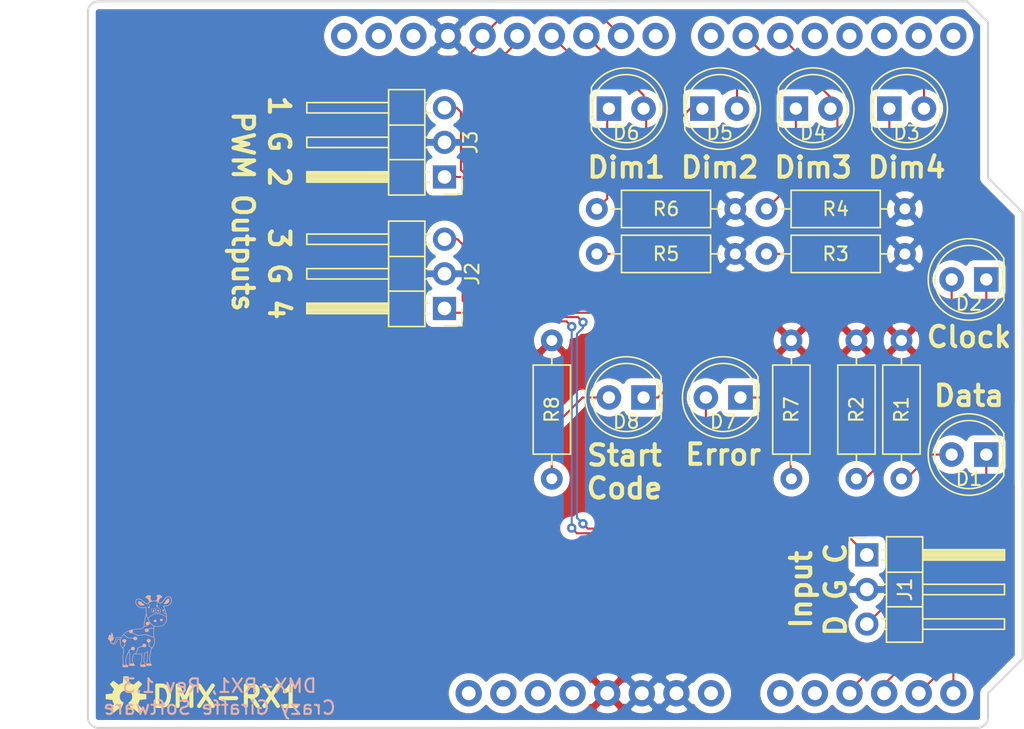
<source format=kicad_pcb>
(kicad_pcb (version 20171130) (host pcbnew "(5.1.12)-1")
  (title_block (title "DMX Demonstrator - Receiver (DMX-RX1)") (date 2023-03-02) (rev 1.3) (company "Crazy Giraffe Software") (comment 2 "Designed by: SparkyBobo") (comment 3 https://creativecommons.org/licenses/by-sa/4.0/) (comment 4 "Released under the Creative Commons Attribution Share-Alike 4.0 License"))
  (layers (0 F.Cu signal) (31 B.Cu signal) (34 B.Paste user) (35 F.Paste user) (36 B.SilkS user) (37 F.SilkS user) (38 B.Mask user) (39 F.Mask user) (44 Edge.Cuts user))
  (net 0 "")
  (net 1 +5V)
  (net 2 GND)
  (net 3 "Net-(D8-Pad2)")
  (net 4 "Net-(D7-Pad2)")
  (net 5 "Net-(D1-Pad2)")
  (net 6 "Net-(D2-Pad2)")
  (net 7 "Net-(A1-Pad32)")
  (net 8 "Net-(A1-Pad31)")
  (net 9 "Net-(A1-Pad1)")
  (net 10 "Net-(A1-Pad2)")
  (net 11 "Net-(A1-Pad3)")
  (net 12 "Net-(A1-Pad4)")
  (net 13 "Net-(A1-Pad8)")
  (net 14 "Net-(A1-Pad15)")
  (net 15 "Net-(A1-Pad16)")
  (net 16 /~DATA)
  (net 17 /~CLOCK)
  (net 18 /~DIM3)
  (net 19 /~DIM2)
  (net 20 /~DIM1)
  (net 21 /~DIM0)
  (net 22 /RX)
  (net 23 /RXCLK)
  (net 24 "Net-(A1-Pad30)")
  (net 25 "Net-(A1-Pad9)")
  (net 26 "Net-(A1-Pad10)")
  (net 27 "Net-(A1-Pad17)")
  (net 28 "Net-(A1-Pad18)")
  (net 29 "Net-(A1-Pad19)")
  (net 30 "Net-(A1-Pad22)")
  (net 31 "Net-(A1-Pad23)")
  (net 32 "Net-(D3-Pad1)")
  (net 33 "Net-(D4-Pad1)")
  (net 34 "Net-(D5-Pad1)")
  (net 35 "Net-(D6-Pad1)")
  (net 36 /~ERR)
  (net 37 /~SC)
  (module Connector_PinHeader_2.54mm:PinHeader_1x03_P2.54mm_Horizontal (layer F.Cu) (at 142.494 76.1365 180)
    (fp_text reference J3 (at -1.905 2.54 90) (layer F.SilkS))
    (fp_text value PWM_12)
    (pad 3 thru_hole oval (at 0 5.08 180) (size 1.7 1.7) (drill 1) (layers *.Cu *.Mask) (net 21 /~DIM0))
    (pad 2 thru_hole oval (at 0 2.54 180) (size 1.7 1.7) (drill 1) (layers *.Cu *.Mask) (net 2 GND))
    (pad 1 thru_hole rect (at 0 0 180) (size 1.7 1.7) (drill 1) (layers *.Cu *.Mask) (net 20 /~DIM1))
  )
  (module footprints:ARDUINO_R3_NO_HOLES (layer F.Cu) (at 150.622 89.916)
    (fp_text reference A1 hide)
    (fp_text value Arduino_UNO_R3 hide)
    (pad 4 thru_hole circle (at 1.27 24.13) (size 1.9304 1.9304) (drill 1.016) (layers *.Cu *.Mask) (net 12 "Net-(A1-Pad4)"))
    (pad 5 thru_hole circle (at 3.81 24.13) (size 1.9304 1.9304) (drill 1.016) (layers *.Cu *.Mask) (net 1 +5V))
    (pad 9 thru_hole circle (at 16.51 24.13) (size 1.9304 1.9304) (drill 1.016) (layers *.Cu *.Mask) (net 25 "Net-(A1-Pad9)"))
    (pad 10 thru_hole circle (at 19.05 24.13) (size 1.9304 1.9304) (drill 1.016) (layers *.Cu *.Mask) (net 26 "Net-(A1-Pad10)"))
    (pad 11 thru_hole circle (at 21.59 24.13) (size 1.9304 1.9304) (drill 1.016) (layers *.Cu *.Mask) (net 36 /~ERR))
    (pad 12 thru_hole circle (at 24.13 24.13) (size 1.9304 1.9304) (drill 1.016) (layers *.Cu *.Mask) (net 37 /~SC))
    (pad 13 thru_hole circle (at 26.67 24.13) (size 1.9304 1.9304) (drill 1.016) (layers *.Cu *.Mask) (net 16 /~DATA))
    (pad 14 thru_hole circle (at 29.21 24.13) (size 1.9304 1.9304) (drill 1.016) (layers *.Cu *.Mask) (net 17 /~CLOCK))
    (pad 30 thru_hole circle (at -10.414 -24.13) (size 1.9304 1.9304) (drill 1.016) (layers *.Cu *.Mask) (net 24 "Net-(A1-Pad30)"))
    (pad 15 thru_hole circle (at 29.21 -24.13) (size 1.9304 1.9304) (drill 1.016) (layers *.Cu *.Mask) (net 14 "Net-(A1-Pad15)"))
    (pad 16 thru_hole circle (at 26.67 -24.13) (size 1.9304 1.9304) (drill 1.016) (layers *.Cu *.Mask) (net 15 "Net-(A1-Pad16)"))
    (pad 17 thru_hole circle (at 24.13 -24.13) (size 1.9304 1.9304) (drill 1.016) (layers *.Cu *.Mask) (net 27 "Net-(A1-Pad17)"))
    (pad 18 thru_hole circle (at 21.59 -24.13) (size 1.9304 1.9304) (drill 1.016) (layers *.Cu *.Mask) (net 28 "Net-(A1-Pad18)"))
    (pad 19 thru_hole circle (at 19.05 -24.13) (size 1.9304 1.9304) (drill 1.016) (layers *.Cu *.Mask) (net 29 "Net-(A1-Pad19)"))
    (pad 20 thru_hole circle (at 16.51 -24.13) (size 1.9304 1.9304) (drill 1.016) (layers *.Cu *.Mask) (net 18 /~DIM3))
    (pad 21 thru_hole circle (at 13.97 -24.13) (size 1.9304 1.9304) (drill 1.016) (layers *.Cu *.Mask) (net 19 /~DIM2))
    (pad 22 thru_hole circle (at 11.43 -24.13) (size 1.9304 1.9304) (drill 1.016) (layers *.Cu *.Mask) (net 30 "Net-(A1-Pad22)"))
    (pad 23 thru_hole circle (at 7.366 -24.13) (size 1.9304 1.9304) (drill 1.016) (layers *.Cu *.Mask) (net 31 "Net-(A1-Pad23)"))
    (pad 24 thru_hole circle (at 4.826 -24.13) (size 1.9304 1.9304) (drill 1.016) (layers *.Cu *.Mask) (net 23 /RXCLK))
    (pad 25 thru_hole circle (at 2.286 -24.13) (size 1.9304 1.9304) (drill 1.016) (layers *.Cu *.Mask) (net 20 /~DIM1))
    (pad 26 thru_hole circle (at -0.254 -24.13) (size 1.9304 1.9304) (drill 1.016) (layers *.Cu *.Mask) (net 21 /~DIM0))
    (pad 27 thru_hole circle (at -2.794 -24.13) (size 1.9304 1.9304) (drill 1.016) (layers *.Cu *.Mask) (net 22 /RX))
    (pad 28 thru_hole circle (at -5.334 -24.13) (size 1.9304 1.9304) (drill 1.016) (layers *.Cu *.Mask) (net 23 /RXCLK))
    (pad 6 thru_hole circle (at 6.35 24.13) (size 1.9304 1.9304) (drill 1.016) (layers *.Cu *.Mask) (net 2 GND))
    (pad 7 thru_hole circle (at 8.89 24.13) (size 1.9304 1.9304) (drill 1.016) (layers *.Cu *.Mask) (net 2 GND))
    (pad 29 thru_hole circle (at -7.874 -24.13) (size 1.9304 1.9304) (drill 1.016) (layers *.Cu *.Mask) (net 2 GND))
    (pad 2 thru_hole circle (at -3.81 24.13) (size 1.9304 1.9304) (drill 1.016) (layers *.Cu *.Mask) (net 10 "Net-(A1-Pad2)"))
    (pad 1 thru_hole circle (at -6.35 24.13) (size 1.9304 1.9304) (drill 1.016) (layers *.Cu *.Mask) (net 9 "Net-(A1-Pad1)"))
    (pad 3 thru_hole circle (at -1.27 24.13) (size 1.9304 1.9304) (drill 1.016) (layers *.Cu *.Mask) (net 11 "Net-(A1-Pad3)"))
    (pad 32 thru_hole circle (at -15.494 -24.13) (size 1.9304 1.9304) (drill 1.016) (layers *.Cu *.Mask) (net 7 "Net-(A1-Pad32)"))
    (pad 31 thru_hole circle (at -12.954 -24.13) (size 1.9304 1.9304) (drill 1.016) (layers *.Cu *.Mask) (net 8 "Net-(A1-Pad31)"))
    (pad 8 thru_hole circle (at 11.43 24.13) (size 1.9304 1.9304) (drill 1.016) (layers *.Cu *.Mask) (net 13 "Net-(A1-Pad8)"))
  )
  (module Connector_PinHeader_2.54mm:PinHeader_1x03_P2.54mm_Horizontal (layer F.Cu) (at 142.494 85.7885 180)
    (fp_text reference J2 (at -2.032 2.54 90) (layer F.SilkS))
    (fp_text value PWM-34)
    (pad 3 thru_hole oval (at 0 5.08 180) (size 1.7 1.7) (drill 1) (layers *.Cu *.Mask) (net 19 /~DIM2))
    (pad 2 thru_hole oval (at 0 2.54 180) (size 1.7 1.7) (drill 1) (layers *.Cu *.Mask) (net 2 GND))
    (pad 1 thru_hole rect (at 0 0 180) (size 1.7 1.7) (drill 1) (layers *.Cu *.Mask) (net 18 /~DIM3))
  )
  (module Resistor_THT:R_Axial_DIN0207_L6.3mm_D2.5mm_P10.16mm_Horizontal (layer F.Cu) (at 150.368 88.138 270)
    (fp_text reference R8 (at 5.08 0 270) (layer F.SilkS))
    (fp_text value 330)
    (pad 2 thru_hole oval (at 10.16 0 270) (size 1.6 1.6) (drill 0.8) (layers *.Cu *.Mask) (net 3 "Net-(D8-Pad2)"))
    (pad 1 thru_hole circle (at 0 0 270) (size 1.6 1.6) (drill 0.8) (layers *.Cu *.Mask) (net 1 +5V))
  )
  (module LED_THT:LED_D5.0mm (layer F.Cu) (at 164.211 92.329 180)
    (fp_text reference D7 (at 1.27 -1.778 180) (layer F.SilkS))
    (fp_text value ERROR)
    (pad 1 thru_hole rect (at 0 0 180) (size 1.8 1.8) (drill 0.9) (layers *.Cu *.Mask) (net 36 /~ERR))
    (pad 2 thru_hole circle (at 2.54 0 180) (size 1.8 1.8) (drill 0.9) (layers *.Cu *.Mask) (net 4 "Net-(D7-Pad2)"))
  )
  (module Resistor_THT:R_Axial_DIN0207_L6.3mm_D2.5mm_P10.16mm_Horizontal (layer F.Cu) (at 172.72 88.138 270)
    (fp_text reference R2 (at 5.08 0 270) (layer F.SilkS))
    (fp_text value 330)
    (pad 2 thru_hole oval (at 10.16 0 270) (size 1.6 1.6) (drill 0.8) (layers *.Cu *.Mask) (net 6 "Net-(D2-Pad2)"))
    (pad 1 thru_hole circle (at 0 0 270) (size 1.6 1.6) (drill 0.8) (layers *.Cu *.Mask) (net 1 +5V))
  )
  (module Resistor_THT:R_Axial_DIN0207_L6.3mm_D2.5mm_P10.16mm_Horizontal (layer F.Cu) (at 176.276 81.788 180)
    (fp_text reference R3 (at 5.08 0 180) (layer F.SilkS))
    (fp_text value 330)
    (pad 2 thru_hole oval (at 10.16 0 180) (size 1.6 1.6) (drill 0.8) (layers *.Cu *.Mask) (net 32 "Net-(D3-Pad1)"))
    (pad 1 thru_hole circle (at 0 0 180) (size 1.6 1.6) (drill 0.8) (layers *.Cu *.Mask) (net 2 GND))
  )
  (module Resistor_THT:R_Axial_DIN0207_L6.3mm_D2.5mm_P10.16mm_Horizontal (layer F.Cu) (at 176.022 88.138 270)
    (fp_text reference R1 (at 5.08 0 270) (layer F.SilkS))
    (fp_text value 330)
    (pad 1 thru_hole circle (at 0 0 270) (size 1.6 1.6) (drill 0.8) (layers *.Cu *.Mask) (net 1 +5V))
    (pad 2 thru_hole oval (at 10.16 0 270) (size 1.6 1.6) (drill 0.8) (layers *.Cu *.Mask) (net 5 "Net-(D1-Pad2)"))
  )
  (module Resistor_THT:R_Axial_DIN0207_L6.3mm_D2.5mm_P10.16mm_Horizontal (layer F.Cu) (at 176.276 78.486 180)
    (fp_text reference R4 (at 5.08 0 180) (layer F.SilkS))
    (fp_text value 330)
    (pad 2 thru_hole oval (at 10.16 0 180) (size 1.6 1.6) (drill 0.8) (layers *.Cu *.Mask) (net 33 "Net-(D4-Pad1)"))
    (pad 1 thru_hole circle (at 0 0 180) (size 1.6 1.6) (drill 0.8) (layers *.Cu *.Mask) (net 2 GND))
  )
  (module Resistor_THT:R_Axial_DIN0207_L6.3mm_D2.5mm_P10.16mm_Horizontal (layer F.Cu) (at 163.83 81.788 180)
    (fp_text reference R5 (at 5.08 0 180) (layer F.SilkS))
    (fp_text value 330)
    (pad 1 thru_hole circle (at 0 0 180) (size 1.6 1.6) (drill 0.8) (layers *.Cu *.Mask) (net 2 GND))
    (pad 2 thru_hole oval (at 10.16 0 180) (size 1.6 1.6) (drill 0.8) (layers *.Cu *.Mask) (net 34 "Net-(D5-Pad1)"))
  )
  (module Resistor_THT:R_Axial_DIN0207_L6.3mm_D2.5mm_P10.16mm_Horizontal (layer F.Cu) (at 163.83 78.486 180)
    (fp_text reference R6 (at 5.08 0 180) (layer F.SilkS))
    (fp_text value 330)
    (pad 2 thru_hole oval (at 10.16 0 180) (size 1.6 1.6) (drill 0.8) (layers *.Cu *.Mask) (net 35 "Net-(D6-Pad1)"))
    (pad 1 thru_hole circle (at 0 0 180) (size 1.6 1.6) (drill 0.8) (layers *.Cu *.Mask) (net 2 GND))
  )
  (module LED_THT:LED_D5.0mm (layer F.Cu) (at 182.245 96.52 180)
    (fp_text reference D1 (at 1.27 -1.778 180) (layer F.SilkS))
    (fp_text value DATA)
    (pad 1 thru_hole rect (at 0 0 180) (size 1.8 1.8) (drill 0.9) (layers *.Cu *.Mask) (net 16 /~DATA))
    (pad 2 thru_hole circle (at 2.54 0 180) (size 1.8 1.8) (drill 0.9) (layers *.Cu *.Mask) (net 5 "Net-(D1-Pad2)"))
  )
  (module LED_THT:LED_D5.0mm (layer F.Cu) (at 175.133 71.12)
    (fp_text reference D3 (at 1.27 1.778) (layer F.SilkS))
    (fp_text value DIM3)
    (pad 1 thru_hole rect (at 0 0) (size 1.8 1.8) (drill 0.9) (layers *.Cu *.Mask) (net 32 "Net-(D3-Pad1)"))
    (pad 2 thru_hole circle (at 2.54 0) (size 1.8 1.8) (drill 0.9) (layers *.Cu *.Mask) (net 18 /~DIM3))
  )
  (module LED_THT:LED_D5.0mm (layer F.Cu) (at 168.275 71.12)
    (fp_text reference D4 (at 1.27 1.778) (layer F.SilkS))
    (fp_text value DIM2)
    (pad 2 thru_hole circle (at 2.54 0) (size 1.8 1.8) (drill 0.9) (layers *.Cu *.Mask) (net 19 /~DIM2))
    (pad 1 thru_hole rect (at 0 0) (size 1.8 1.8) (drill 0.9) (layers *.Cu *.Mask) (net 33 "Net-(D4-Pad1)"))
  )
  (module LED_THT:LED_D5.0mm (layer F.Cu) (at 161.417 71.12)
    (fp_text reference D5 (at 1.27 1.778) (layer F.SilkS))
    (fp_text value DIM1)
    (pad 1 thru_hole rect (at 0 0) (size 1.8 1.8) (drill 0.9) (layers *.Cu *.Mask) (net 34 "Net-(D5-Pad1)"))
    (pad 2 thru_hole circle (at 2.54 0) (size 1.8 1.8) (drill 0.9) (layers *.Cu *.Mask) (net 20 /~DIM1))
  )
  (module LED_THT:LED_D5.0mm (layer F.Cu) (at 154.559 71.12)
    (fp_text reference D6 (at 1.27 1.778) (layer F.SilkS))
    (fp_text value DIM0)
    (pad 2 thru_hole circle (at 2.54 0) (size 1.8 1.8) (drill 0.9) (layers *.Cu *.Mask) (net 21 /~DIM0))
    (pad 1 thru_hole rect (at 0 0) (size 1.8 1.8) (drill 0.9) (layers *.Cu *.Mask) (net 35 "Net-(D6-Pad1)"))
  )
  (module Connector_PinHeader_2.54mm:PinHeader_1x03_P2.54mm_Horizontal (layer F.Cu) (at 173.482 103.886)
    (fp_text reference J1 (at 2.794 2.54 90) (layer F.SilkS))
    (fp_text value Input)
    (pad 1 thru_hole rect (at 0 0) (size 1.7 1.7) (drill 1) (layers *.Cu *.Mask) (net 23 /RXCLK))
    (pad 2 thru_hole oval (at 0 2.54) (size 1.7 1.7) (drill 1) (layers *.Cu *.Mask) (net 2 GND))
    (pad 3 thru_hole oval (at 0 5.08) (size 1.7 1.7) (drill 1) (layers *.Cu *.Mask) (net 22 /RX))
  )
  (module LED_THT:LED_D5.0mm (layer F.Cu) (at 182.245 83.662 180)
    (fp_text reference D2 (at 1.27 -1.778 180) (layer F.SilkS))
    (fp_text value CLOCK)
    (pad 2 thru_hole circle (at 2.54 0 180) (size 1.8 1.8) (drill 0.9) (layers *.Cu *.Mask) (net 6 "Net-(D2-Pad2)"))
    (pad 1 thru_hole rect (at 0 0 180) (size 1.8 1.8) (drill 0.9) (layers *.Cu *.Mask) (net 17 /~CLOCK))
  )
  (module footprints:OSHW-LOGO-S (layer F.Cu) (at 119.126 114.3)
    (fp_text reference "" (at 0 0) (layer F.SilkS) (effects (font (size 1.524 1.524))))
    (fp_text value "" (at 0 0) (layer F.SilkS) (effects (font (size 1.524 1.524))))
  )
  (module footprints:logo_cr_5x5 (layer B.Cu) (at 120.142 109.474 180)
    (fp_text reference G*** hide)
    (fp_text value LOGO hide)
  )
  (module LED_THT:LED_D5.0mm (layer F.Cu) (at 157.099 92.329 180)
    (fp_text reference D8 (at 1.27 -1.778 180) (layer F.SilkS))
    (fp_text value START_CODE)
    (pad 2 thru_hole circle (at 2.54 0 180) (size 1.8 1.8) (drill 0.9) (layers *.Cu *.Mask) (net 3 "Net-(D8-Pad2)"))
    (pad 1 thru_hole rect (at 0 0 180) (size 1.8 1.8) (drill 0.9) (layers *.Cu *.Mask) (net 37 /~SC))
  )
  (module Resistor_THT:R_Axial_DIN0207_L6.3mm_D2.5mm_P10.16mm_Horizontal (layer F.Cu) (at 167.9448 88.138 270)
    (fp_text reference R7 (at 5.08 0 270) (layer F.SilkS))
    (fp_text value 330)
    (pad 1 thru_hole circle (at 0 0 270) (size 1.6 1.6) (drill 0.8) (layers *.Cu *.Mask) (net 1 +5V))
    (pad 2 thru_hole oval (at 10.16 0 270) (size 1.6 1.6) (drill 0.8) (layers *.Cu *.Mask) (net 4 "Net-(D7-Pad2)"))
  )
  (gr_text "PWM Outputs" (at 127.6985 78.6765 -90) (layer F.SilkS) (effects (font (size 1.5 1.5) (thickness 0.3))))
  (gr_text "3 G 4" (at 130.3655 83.2485 -90) (layer F.SilkS) (effects (font (size 1.5 1.5) (thickness 0.3))))
  (gr_text "1 G 2" (at 130.3655 73.533 -90) (layer F.SilkS) (effects (font (size 1.5 1.5) (thickness 0.3))))
  (gr_text Error (at 162.941 96.52) (layer F.SilkS) (effects (font (size 1.5 1.5) (thickness 0.3))))
  (gr_text "Start\nCode" (at 155.702 97.79) (layer F.SilkS) (effects (font (size 1.5 1.5) (thickness 0.3))))
  (gr_arc (start 181.61 115.824) (end 181.61 116.586) (angle -90) (layer Edge.Cuts) (width 0.15))
  (gr_arc (start 117.094 115.824) (end 116.332 115.824) (angle -90) (layer Edge.Cuts) (width 0.15))
  (gr_arc (start 117.094 64.008) (end 117.094 63.246) (angle -90) (layer Edge.Cuts) (width 0.15))
  (gr_line (start 116.332 115.824) (end 116.332 64.008) (layer Edge.Cuts) (width 0.15))
  (gr_line (start 181.61 116.586) (end 117.094 116.586) (layer Edge.Cuts) (width 0.15))
  (gr_line (start 182.372 114.046) (end 182.372 115.824) (layer Edge.Cuts) (width 0.15))
  (gr_line (start 184.912 111.506) (end 182.372 114.046) (layer Edge.Cuts) (width 0.15))
  (gr_line (start 184.912 78.74) (end 184.912 111.506) (layer Edge.Cuts) (width 0.15))
  (gr_line (start 182.372 76.2) (end 184.912 78.74) (layer Edge.Cuts) (width 0.15))
  (gr_line (start 182.372 64.77) (end 182.372 76.2) (layer Edge.Cuts) (width 0.15))
  (gr_line (start 180.848 63.246) (end 182.372 64.77) (layer Edge.Cuts) (width 0.15))
  (gr_line (start 117.094 63.246) (end 180.848 63.246) (layer Edge.Cuts) (width 0.15))
  (gr_text "DMX-RX1, Rev 1.3\nCrazy Giraffe Software" (at 125.984 114.3) (layer B.SilkS) (effects (font (size 1 1)) (justify mirror)))
  (gr_text DMX-RX1 (at 126.492 114.3) (layer F.SilkS) (effects (font (size 1.5 1.5) (thickness 0.3))))
  (gr_text Clock (at 180.975 87.884) (layer F.SilkS) (effects (font (size 1.5 1.5) (thickness 0.3))))
  (gr_text Input (at 168.656 106.426 90) (layer F.SilkS) (effects (font (size 1.5 1.5) (thickness 0.3))))
  (gr_text Dim4 (at 176.403 75.438) (layer F.SilkS) (effects (font (size 1.5 1.5) (thickness 0.3))))
  (gr_text Dim3 (at 169.545 75.438) (layer F.SilkS) (effects (font (size 1.5 1.5) (thickness 0.3))))
  (gr_text Dim2 (at 162.687 75.438) (layer F.SilkS) (effects (font (size 1.5 1.5) (thickness 0.3))))
  (gr_text Dim1 (at 155.829 75.438) (layer F.SilkS) (effects (font (size 1.5 1.5) (thickness 0.3))))
  (gr_text "D G C" (at 171.196 106.426 90) (layer F.SilkS) (effects (font (size 1.5 1.5) (thickness 0.3))))
  (gr_text Data (at 180.975 92.202) (layer F.SilkS) (effects (font (size 1.5 1.5) (thickness 0.3))))
  (segment (start 154.432 114.046) (end 153.997154 114.046) (width 0.3048) (layer F.Cu) (net 1))
  (segment (start 152.6286 92.329) (end 154.559 92.329) (width 0.1524) (layer F.Cu) (net 3))
  (segment (start 150.368 98.298) (end 150.368 94.5896) (width 0.1524) (layer F.Cu) (net 3))
  (segment (start 150.368 94.5896) (end 152.6286 92.329) (width 0.1524) (layer F.Cu) (net 3))
  (segment (start 167.894 98.2472) (end 167.9448 98.298) (width 0.1524) (layer F.Cu) (net 4))
  (segment (start 167.894 96.012) (end 167.894 98.2472) (width 0.1524) (layer F.Cu) (net 4))
  (segment (start 166.878 94.996) (end 167.894 96.012) (width 0.1524) (layer F.Cu) (net 4))
  (segment (start 162.1536 94.996) (end 166.878 94.996) (width 0.1524) (layer F.Cu) (net 4))
  (segment (start 161.671 92.329) (end 161.671 94.5134) (width 0.1524) (layer F.Cu) (net 4))
  (segment (start 161.671 94.5134) (end 162.1536 94.996) (width 0.1524) (layer F.Cu) (net 4))
  (segment (start 178.1556 96.52) (end 179.705 96.52) (width 0.1524) (layer F.Cu) (net 5))
  (segment (start 176.022 98.298) (end 176.3776 98.298) (width 0.1524) (layer F.Cu) (net 5))
  (segment (start 176.3776 98.298) (end 178.1556 96.52) (width 0.1524) (layer F.Cu) (net 5))
  (segment (start 179.705 91.948) (end 179.705 83.662) (width 0.1524) (layer F.Cu) (net 6))
  (segment (start 172.72 98.298) (end 173.355 98.298) (width 0.1524) (layer F.Cu) (net 6))
  (segment (start 173.355 98.298) (end 179.705 91.948) (width 0.1524) (layer F.Cu) (net 6))
  (segment (start 182.245 109.093) (end 182.245 96.52) (width 0.1524) (layer F.Cu) (net 16))
  (segment (start 177.292 114.046) (end 182.245 109.093) (width 0.1524) (layer F.Cu) (net 16))
  (segment (start 182.245 91.6686) (end 182.245 89.916) (width 0.1524) (layer F.Cu) (net 17))
  (segment (start 179.832 112.0648) (end 182.5752 109.3216) (width 0.1524) (layer F.Cu) (net 17))
  (segment (start 179.832 114.046) (end 179.832 112.0648) (width 0.1524) (layer F.Cu) (net 17))
  (segment (start 182.5752 109.3216) (end 182.5752 99.4156) (width 0.1524) (layer F.Cu) (net 17))
  (segment (start 182.5752 99.4156) (end 183.8452 98.1456) (width 0.1524) (layer F.Cu) (net 17))
  (segment (start 183.8452 98.1456) (end 183.8452 93.2688) (width 0.1524) (layer F.Cu) (net 17))
  (segment (start 183.8452 93.2688) (end 182.245 91.6686) (width 0.1524) (layer F.Cu) (net 17))
  (segment (start 182.245 83.662) (end 182.245 89.916) (width 0.1524) (layer F.Cu) (net 17))
  (segment (start 182.245 89.916) (end 182.245 89.662) (width 0.1524) (layer F.Cu) (net 17))
  (segment (start 168.91 67.564) (end 167.132 65.786) (width 0.1524) (layer F.Cu) (net 18))
  (segment (start 177.673 71.12) (end 177.673 68.707) (width 0.1524) (layer F.Cu) (net 18))
  (segment (start 177.673 68.707) (end 176.53 67.564) (width 0.1524) (layer F.Cu) (net 18))
  (segment (start 172.212 67.564) (end 168.91 67.564) (width 0.1524) (layer F.Cu) (net 18))
  (segment (start 176.53 67.564) (end 172.212 67.564) (width 0.1524) (layer F.Cu) (net 18))
  (segment (start 172.2755 67.6275) (end 172.212 67.564) (width 0.1524) (layer F.Cu) (net 18))
  (segment (start 172.2755 76.3905) (end 172.2755 67.6275) (width 0.1524) (layer F.Cu) (net 18))
  (segment (start 168.3385 80.3275) (end 172.2755 76.3905) (width 0.1524) (layer F.Cu) (net 18))
  (segment (start 162.4965 80.3275) (end 168.3385 80.3275) (width 0.1524) (layer F.Cu) (net 18))
  (segment (start 142.8115 86.106) (end 156.718 86.106) (width 0.1524) (layer F.Cu) (net 18))
  (segment (start 156.718 86.106) (end 162.4965 80.3275) (width 0.1524) (layer F.Cu) (net 18))
  (segment (start 142.494 85.7885) (end 142.8115 86.106) (width 0.1524) (layer F.Cu) (net 18))
  (segment (start 170.815 70.2818) (end 170.815 71.12) (width 0.1524) (layer F.Cu) (net 19))
  (segment (start 168.6052 68.072) (end 170.815 70.2818) (width 0.1524) (layer F.Cu) (net 19))
  (segment (start 164.592 65.786) (end 166.878 68.072) (width 0.1524) (layer F.Cu) (net 19))
  (segment (start 166.878 68.072) (end 168.6052 68.072) (width 0.1524) (layer F.Cu) (net 19))
  (segment (start 171.323 71.628) (end 170.815 71.12) (width 0.1524) (layer F.Cu) (net 19))
  (segment (start 162.306 80.01) (end 168.2115 80.01) (width 0.1524) (layer F.Cu) (net 19))
  (segment (start 156.5275 85.7885) (end 162.306 80.01) (width 0.1524) (layer F.Cu) (net 19))
  (segment (start 144.399 85.7885) (end 156.5275 85.7885) (width 0.1524) (layer F.Cu) (net 19))
  (segment (start 143.8275 85.217) (end 144.399 85.7885) (width 0.1524) (layer F.Cu) (net 19))
  (segment (start 168.2115 80.01) (end 171.323 76.8985) (width 0.1524) (layer F.Cu) (net 19))
  (segment (start 143.8275 81.0895) (end 143.8275 85.217) (width 0.1524) (layer F.Cu) (net 19))
  (segment (start 143.4465 80.7085) (end 143.8275 81.0895) (width 0.1524) (layer F.Cu) (net 19))
  (segment (start 171.323 76.8985) (end 171.323 71.628) (width 0.1524) (layer F.Cu) (net 19))
  (segment (start 142.494 80.7085) (end 143.4465 80.7085) (width 0.1524) (layer F.Cu) (net 19))
  (segment (start 163.957 68.707) (end 163.957 71.12) (width 0.1524) (layer F.Cu) (net 20))
  (segment (start 162.814 67.564) (end 163.957 68.707) (width 0.1524) (layer F.Cu) (net 20))
  (segment (start 152.908 65.786) (end 154.686 67.564) (width 0.1524) (layer F.Cu) (net 20))
  (segment (start 158.5595 67.564) (end 162.814 67.564) (width 0.1524) (layer F.Cu) (net 20))
  (segment (start 154.686 67.564) (end 158.5595 67.564) (width 0.1524) (layer F.Cu) (net 20))
  (segment (start 143.764 76.1365) (end 142.494 76.1365) (width 0.1524) (layer F.Cu) (net 20))
  (segment (start 148.0185 80.391) (end 143.764 76.1365) (width 0.1524) (layer F.Cu) (net 20))
  (segment (start 155.067 80.391) (end 148.0185 80.391) (width 0.1524) (layer F.Cu) (net 20))
  (segment (start 158.5595 76.8985) (end 155.067 80.391) (width 0.1524) (layer F.Cu) (net 20))
  (segment (start 158.5595 67.564) (end 158.5595 76.8985) (width 0.1524) (layer F.Cu) (net 20))
  (segment (start 157.099 70.1294) (end 157.099 71.12) (width 0.1524) (layer F.Cu) (net 21))
  (segment (start 155.0416 68.072) (end 157.099 70.1294) (width 0.1524) (layer F.Cu) (net 21))
  (segment (start 150.368 65.786) (end 152.654 68.072) (width 0.1524) (layer F.Cu) (net 21))
  (segment (start 152.654 68.072) (end 155.0416 68.072) (width 0.1524) (layer F.Cu) (net 21))
  (segment (start 143.7005 75.6285) (end 143.7005 71.374) (width 0.1524) (layer F.Cu) (net 21))
  (segment (start 143.383 71.0565) (end 142.494 71.0565) (width 0.1524) (layer F.Cu) (net 21))
  (segment (start 148.1455 80.0735) (end 143.7005 75.6285) (width 0.1524) (layer F.Cu) (net 21))
  (segment (start 154.94 80.0735) (end 148.1455 80.0735) (width 0.1524) (layer F.Cu) (net 21))
  (segment (start 157.2895 77.724) (end 154.94 80.0735) (width 0.1524) (layer F.Cu) (net 21))
  (segment (start 157.2895 71.3105) (end 157.2895 77.724) (width 0.1524) (layer F.Cu) (net 21))
  (segment (start 143.7005 71.374) (end 143.383 71.0565) (width 0.1524) (layer F.Cu) (net 21))
  (segment (start 157.099 71.12) (end 157.2895 71.3105) (width 0.1524) (layer F.Cu) (net 21))
  (segment (start 147.828 65.786) (end 147.828 66.2305) (width 0.1524) (layer F.Cu) (net 22))
  (segment (start 147.828 66.2305) (end 146.431 67.6275) (width 0.1524) (layer F.Cu) (net 22))
  (segment (start 146.431 67.6275) (end 141.7955 67.6275) (width 0.1524) (layer F.Cu) (net 22))
  (segment (start 141.7955 67.6275) (end 140.589 68.834) (width 0.1524) (layer F.Cu) (net 22))
  (segment (start 141.2875 87.5665) (end 143.8275 87.5665) (width 0.1524) (layer F.Cu) (net 22))
  (segment (start 144.9705 86.4235) (end 151.765 86.4235) (width 0.1524) (layer F.Cu) (net 22))
  (segment (start 140.589 68.834) (end 140.589 86.868) (width 0.1524) (layer F.Cu) (net 22))
  (segment (start 143.8275 87.5665) (end 144.9705 86.4235) (width 0.1524) (layer F.Cu) (net 22))
  (segment (start 140.589 86.868) (end 141.2875 87.5665) (width 0.1524) (layer F.Cu) (net 22))
  (via (at 152.654 86.8045) (size 0.6858) (drill 0.3302) (layers F.Cu B.Cu) (net 22))
  (segment (start 152.273 86.4235) (end 152.654 86.8045) (width 0.1524) (layer F.Cu) (net 22))
  (segment (start 151.765 86.4235) (end 152.273 86.4235) (width 0.1524) (layer F.Cu) (net 22))
  (segment (start 175.1584 107.2896) (end 173.482 108.966) (width 0.1524) (layer F.Cu) (net 22))
  (segment (start 175.1584 102.5144) (end 175.1584 107.2896) (width 0.1524) (layer F.Cu) (net 22))
  (segment (start 174.5996 101.9556) (end 175.1584 102.5144) (width 0.1524) (layer F.Cu) (net 22))
  (segment (start 153.0096 101.9556) (end 174.5996 101.9556) (width 0.1524) (layer F.Cu) (net 22))
  (segment (start 152.654 101.6) (end 153.0096 101.9556) (width 0.1524) (layer F.Cu) (net 22))
  (via (at 152.654 101.6) (size 0.6858) (drill 0.3302) (layers F.Cu B.Cu) (net 22))
  (segment (start 152.2095 87.66175) (end 152.654 87.21725) (width 0.1524) (layer B.Cu) (net 22))
  (segment (start 152.2095 101.1555) (end 152.2095 87.66175) (width 0.1524) (layer B.Cu) (net 22))
  (segment (start 152.654 87.21725) (end 152.654 86.8045) (width 0.1524) (layer B.Cu) (net 22))
  (segment (start 152.654 101.6) (end 152.2095 101.1555) (width 0.1524) (layer B.Cu) (net 22))
  (segment (start 145.6944 66.1924) (end 145.288 65.786) (width 0.1524) (layer F.Cu) (net 23))
  (segment (start 173.482 103.886) (end 173.482 103.124) (width 0.1524) (layer F.Cu) (net 23))
  (segment (start 155.448 65.786) (end 153.924 64.262) (width 0.1524) (layer F.Cu) (net 23))
  (segment (start 146.812 64.262) (end 145.288 65.786) (width 0.1524) (layer F.Cu) (net 23))
  (segment (start 153.924 64.262) (end 146.812 64.262) (width 0.1524) (layer F.Cu) (net 23))
  (segment (start 145.288 65.786) (end 145.288 66.167) (width 0.1524) (layer F.Cu) (net 23))
  (segment (start 144.145 67.31) (end 141.6685 67.31) (width 0.1524) (layer F.Cu) (net 23))
  (segment (start 145.288 66.167) (end 144.145 67.31) (width 0.1524) (layer F.Cu) (net 23))
  (segment (start 141.6685 67.31) (end 140.2715 68.707) (width 0.1524) (layer F.Cu) (net 23))
  (segment (start 140.2715 68.707) (end 140.2715 86.995) (width 0.1524) (layer F.Cu) (net 23))
  (segment (start 141.1605 87.884) (end 144.018 87.884) (width 0.1524) (layer F.Cu) (net 23))
  (segment (start 144.018 87.884) (end 145.161 86.741) (width 0.1524) (layer F.Cu) (net 23))
  (segment (start 140.2715 86.995) (end 141.1605 87.884) (width 0.1524) (layer F.Cu) (net 23))
  (segment (start 145.161 86.741) (end 151.46019 86.741) (width 0.1524) (layer F.Cu) (net 23))
  (via (at 151.8285 87.122) (size 0.6858) (drill 0.3302) (layers F.Cu B.Cu) (net 23))
  (segment (start 151.46019 86.75369) (end 151.8285 87.122) (width 0.1524) (layer F.Cu) (net 23))
  (segment (start 151.46019 86.741) (end 151.46019 86.75369) (width 0.1524) (layer F.Cu) (net 23))
  (via (at 151.8285 101.9175) (size 0.6858) (drill 0.3302) (layers F.Cu B.Cu) (net 23))
  (segment (start 151.8285 87.122) (end 151.8285 101.9175) (width 0.1524) (layer B.Cu) (net 23))
  (segment (start 171.8945 102.2985) (end 173.482 103.886) (width 0.1524) (layer F.Cu) (net 23))
  (segment (start 152.2095 102.2985) (end 171.8945 102.2985) (width 0.1524) (layer F.Cu) (net 23))
  (segment (start 151.8285 101.9175) (end 152.2095 102.2985) (width 0.1524) (layer F.Cu) (net 23))
  (segment (start 175.133 74.041) (end 175.133 71.12) (width 0.1524) (layer F.Cu) (net 32))
  (segment (start 166.116 81.788) (end 167.386 81.788) (width 0.1524) (layer F.Cu) (net 32))
  (segment (start 167.386 81.788) (end 175.133 74.041) (width 0.1524) (layer F.Cu) (net 32))
  (segment (start 168.275 76.327) (end 166.116 78.486) (width 0.1524) (layer F.Cu) (net 33))
  (segment (start 168.275 71.12) (end 168.275 76.327) (width 0.1524) (layer F.Cu) (net 33))
  (segment (start 160.528 71.12) (end 161.417 71.12) (width 0.1524) (layer F.Cu) (net 34))
  (segment (start 159.512 72.136) (end 160.528 71.12) (width 0.1524) (layer F.Cu) (net 34))
  (segment (start 159.512 77.33137) (end 159.512 72.136) (width 0.1524) (layer F.Cu) (net 34))
  (segment (start 153.924 81.788) (end 155.05537 81.788) (width 0.1524) (layer F.Cu) (net 34))
  (segment (start 155.05537 81.788) (end 159.512 77.33137) (width 0.1524) (layer F.Cu) (net 34))
  (segment (start 154.432 71.247) (end 154.559 71.12) (width 0.1524) (layer F.Cu) (net 35))
  (segment (start 153.67 78.486) (end 154.432 77.724) (width 0.1524) (layer F.Cu) (net 35))
  (segment (start 154.432 77.724) (end 154.432 71.247) (width 0.1524) (layer F.Cu) (net 35))
  (segment (start 168.783 92.329) (end 164.211 92.329) (width 0.1524) (layer F.Cu) (net 36))
  (segment (start 170.6372 94.1832) (end 168.783 92.329) (width 0.1524) (layer F.Cu) (net 36))
  (segment (start 170.6372 99.5172) (end 170.6372 94.1832) (width 0.1524) (layer F.Cu) (net 36))
  (segment (start 171.2468 100.1268) (end 170.6372 99.5172) (width 0.1524) (layer F.Cu) (net 36))
  (segment (start 172.212 113.8428) (end 174.1932 111.8616) (width 0.1524) (layer F.Cu) (net 36))
  (segment (start 172.212 114.046) (end 172.212 113.8428) (width 0.1524) (layer F.Cu) (net 36))
  (segment (start 174.1932 111.8616) (end 178.308 111.8616) (width 0.1524) (layer F.Cu) (net 36))
  (segment (start 178.308 111.8616) (end 181.5084 108.6612) (width 0.1524) (layer F.Cu) (net 36))
  (segment (start 181.5084 108.6612) (end 181.5084 100.9396) (width 0.1524) (layer F.Cu) (net 36))
  (segment (start 180.6956 100.1268) (end 171.2468 100.1268) (width 0.1524) (layer F.Cu) (net 36))
  (segment (start 181.5084 100.9396) (end 180.6956 100.1268) (width 0.1524) (layer F.Cu) (net 36))
  (segment (start 158.1514 92.329) (end 157.099 92.329) (width 0.1524) (layer F.Cu) (net 37))
  (segment (start 159.6754 90.805) (end 158.1514 92.329) (width 0.1524) (layer F.Cu) (net 37))
  (segment (start 170.942 93.98) (end 167.767 90.805) (width 0.1524) (layer F.Cu) (net 37))
  (segment (start 167.767 90.805) (end 159.6754 90.805) (width 0.1524) (layer F.Cu) (net 37))
  (segment (start 170.942 99.314) (end 170.942 93.98) (width 0.1524) (layer F.Cu) (net 37))
  (segment (start 171.3992 99.7712) (end 170.942 99.314) (width 0.1524) (layer F.Cu) (net 37))
  (segment (start 180.9496 99.7712) (end 171.3992 99.7712) (width 0.1524) (layer F.Cu) (net 37))
  (segment (start 174.752 114.046) (end 174.752 113.3856) (width 0.1524) (layer F.Cu) (net 37))
  (segment (start 175.9204 112.2172) (end 178.5112 112.2172) (width 0.1524) (layer F.Cu) (net 37))
  (segment (start 178.5112 112.2172) (end 181.864 108.8644) (width 0.1524) (layer F.Cu) (net 37))
  (segment (start 174.752 113.3856) (end 175.9204 112.2172) (width 0.1524) (layer F.Cu) (net 37))
  (segment (start 181.864 108.8644) (end 181.864 100.6856) (width 0.1524) (layer F.Cu) (net 37))
  (segment (start 181.864 100.6856) (end 180.9496 99.7712) (width 0.1524) (layer F.Cu) (net 37))
  (zone (net 2) (net_name GND) (layer B.Cu) (connect_pads (clearance 0.508)) (min_thickness 0.254) (fill yes (arc_segments 16) (thermal_gap 0.508) (thermal_bridge_width 0.508))
    (polygon (pts (xy 116.586 63.754) (xy 116.84 63.5) (xy 180.848 63.5) (xy 182.118 64.77) (xy 182.118 76.454) (xy 184.658 78.994) (xy 184.658 111.252) (xy 182.118 113.792) (xy 182.118 116.078) (xy 181.864 116.332) (xy 116.84 116.332) (xy 116.586 116.078)))
  )
  (zone (net 1) (net_name +5V) (layer F.Cu) (connect_pads (clearance 0.508)) (min_thickness 0.254) (fill yes (arc_segments 16) (thermal_gap 0.508) (thermal_bridge_width 0.508))
    (polygon (pts (xy 116.586 63.754) (xy 116.84 63.5) (xy 180.848 63.5) (xy 182.118 64.77) (xy 182.118 76.454) (xy 184.658 78.994) (xy 184.658 111.252) (xy 182.118 113.792) (xy 182.118 116.078) (xy 181.864 116.332) (xy 116.84 116.332) (xy 116.586 116.078)))
  )
)
</source>
